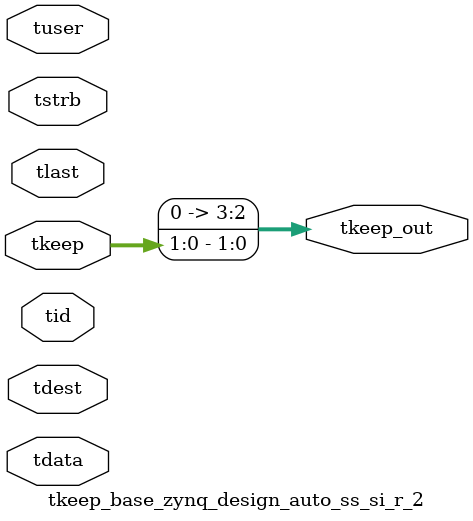
<source format=v>


`timescale 1ps/1ps

module tkeep_base_zynq_design_auto_ss_si_r_2 #
(
parameter C_S_AXIS_TDATA_WIDTH = 32,
parameter C_S_AXIS_TUSER_WIDTH = 0,
parameter C_S_AXIS_TID_WIDTH   = 0,
parameter C_S_AXIS_TDEST_WIDTH = 0,
parameter C_M_AXIS_TDATA_WIDTH = 32
)
(
input  [(C_S_AXIS_TDATA_WIDTH == 0 ? 1 : C_S_AXIS_TDATA_WIDTH)-1:0     ] tdata,
input  [(C_S_AXIS_TUSER_WIDTH == 0 ? 1 : C_S_AXIS_TUSER_WIDTH)-1:0     ] tuser,
input  [(C_S_AXIS_TID_WIDTH   == 0 ? 1 : C_S_AXIS_TID_WIDTH)-1:0       ] tid,
input  [(C_S_AXIS_TDEST_WIDTH == 0 ? 1 : C_S_AXIS_TDEST_WIDTH)-1:0     ] tdest,
input  [(C_S_AXIS_TDATA_WIDTH/8)-1:0 ] tkeep,
input  [(C_S_AXIS_TDATA_WIDTH/8)-1:0 ] tstrb,
input                                                                    tlast,
output [(C_M_AXIS_TDATA_WIDTH/8)-1:0 ] tkeep_out
);

assign tkeep_out = {tkeep[1:0]};

endmodule


</source>
